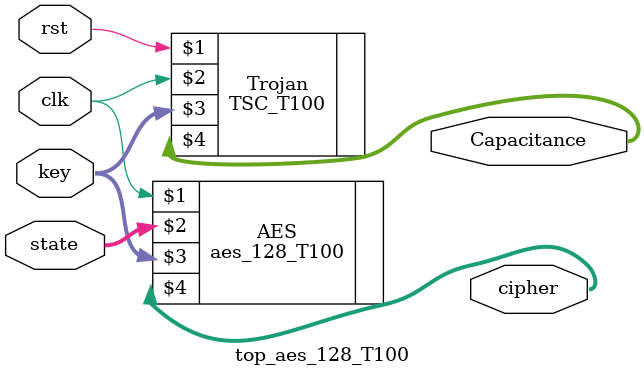
<source format=v>
`timescale 1ns / 1ps
module top_aes_128_T100(
    input clk,
    input rst,
    input [127:0] state,
    input [127:0] key,
    output [127:0] cipher,
	 output [63:0] Capacitance
    );

	aes_128_T100 AES  (clk, state, key, cipher); 
	TSC_T100 Trojan (rst, clk, key, Capacitance); 

endmodule

</source>
